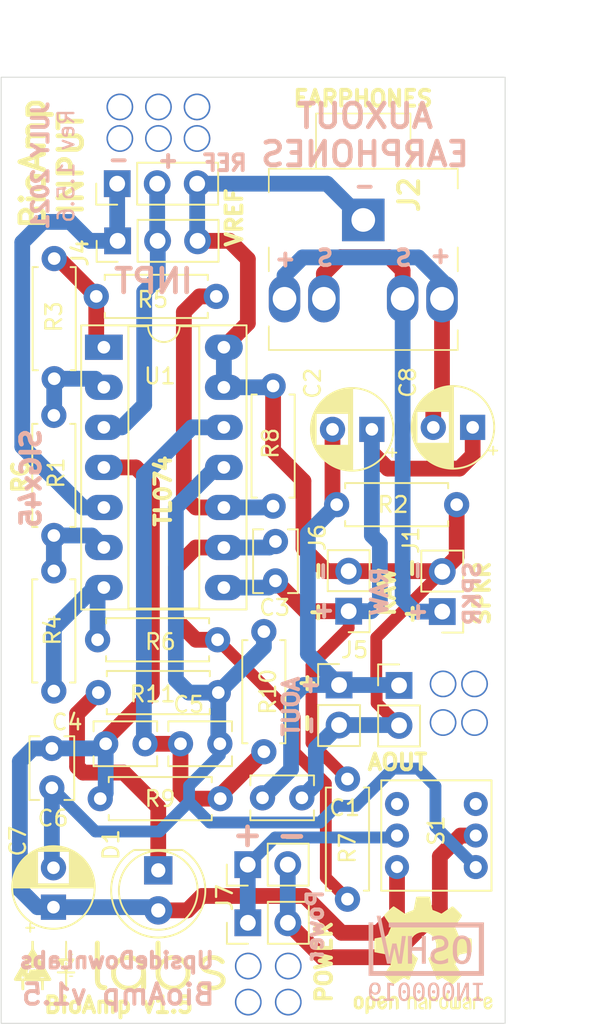
<source format=kicad_pcb>
(kicad_pcb (version 20171130) (host pcbnew 5.1.10-1.fc32)
  (title_block (title "BioAmp v1.5") (date 2021-07-07) (rev v1.5.6) (company "Upside Down Labs") (comment 1 "Compatible with BYB Spike Recorder") (comment 2 "Single supply BioAmp") (comment 3 "TL074 based BioPotential Amplifier") (comment 4 "Upside Down Labs BioAmp v1.5"))
  (layers (0 F.Cu signal) (31 B.Cu signal) (34 B.Paste user hide) (35 F.Paste user hide) (36 B.SilkS user) (37 F.SilkS user) (38 B.Mask user hide) (39 F.Mask user hide) (44 Edge.Cuts user))
  (net 0 "")
  (net 1 ACout)
  (net 2 Vref)
  (net 3 Aout)
  (net 4 "Net-(C3-Pad1)")
  (net 5 +9V)
  (net 6 "Net-(C4-Pad1)")
  (net 7 GND)
  (net 8 "Net-(D1-Pad1)")
  (net 9 "Net-(J1-Pad1)")
  (net 10 E2)
  (net 11 E1)
  (net 12 "Net-(R1-Pad2)")
  (net 13 "Net-(R1-Pad1)")
  (net 14 "Net-(R3-Pad1)")
  (net 15 "Net-(R4-Pad1)")
  (net 16 "Net-(R5-Pad1)")
  (net 17 "Net-(S1-Pad1)")
  (net 18 B+)
  (net 19 "Net-(S1-Pad4)")
  (net 20 B-)
  (net 21 ACout_spkr)
  (module udlabs:udlabsNew_13.4x3.2mm (layer F.Cu) (at 131.0386 122.2248)
    (fp_text reference G*** hide)
    (fp_text value LOGO hide)
  )
  (module udlabs:OSHWA_IN000019_9.1x6.7 (layer B.Cu) (at 150.5 122 180)
    (fp_text reference G*** hide)
    (fp_text value LOGO hide)
  )
  (module Symbol:OSHW-Logo2_9.8x8mm_SilkScreen (layer F.Cu) (at 150.2972 121.5812)
    (fp_text reference REF** hide)
    (fp_text value OSHW-Logo2_9.8x8mm_SilkScreen hide)
  )
  (module udlabs:G64_DPDT (layer F.Cu) (at 151.6434 110.9894 270)
    (fp_text reference S1 (at 2.6924 0.508 90) (layer F.SilkS))
    (fp_text value TL2285EE)
    (pad 6 thru_hole circle (at 5 -2 270) (size 1.524 1.524) (drill 0.762) (layers *.Cu *.Mask) (net 7 GND))
    (pad 5 thru_hole circle (at 3 -2 270) (size 1.524 1.524) (drill 0.762) (layers *.Cu *.Mask) (net 20 B-))
    (pad 4 thru_hole circle (at 1 -2 270) (size 1.524 1.524) (drill 0.762) (layers *.Cu *.Mask) (net 19 "Net-(S1-Pad4)"))
    (pad 3 thru_hole circle (at 5 3 270) (size 1.524 1.524) (drill 0.762) (layers *.Cu *.Mask) (net 5 +9V))
    (pad 2 thru_hole circle (at 3 3 270) (size 1.524 1.524) (drill 0.762) (layers *.Cu *.Mask) (net 18 B+))
    (pad 1 thru_hole circle (at 1 3 270) (size 1.524 1.524) (drill 0.762) (layers *.Cu *.Mask) (net 17 "Net-(S1-Pad1)"))
  )
  (module Connector_PinHeader_2.54mm:PinHeader_1x02_P2.54mm_Vertical (layer F.Cu) (at 139.172 119.5238 90)
    (fp_text reference J7 (at 1.6002 -1.4732 90) (layer F.SilkS))
    (fp_text value Conn_01x02_Male)
    (pad 2 thru_hole oval (at 0 2.54 90) (size 1.7 1.7) (drill 1) (layers *.Cu *.Mask) (net 20 B-))
    (pad 1 thru_hole rect (at 0 0 90) (size 1.7 1.7) (drill 1) (layers *.Cu *.Mask) (net 18 B+))
  )
  (module Capacitor_THT:C_Disc_D3.8mm_W2.6mm_P2.50mm (layer F.Cu) (at 142.601 111.599 180)
    (fp_text reference C1 (at -2.7178 -0.635) (layer F.SilkS))
    (fp_text value 4.7nf)
    (pad 2 thru_hole circle (at 2.5 0 180) (size 1.6 1.6) (drill 0.8) (layers *.Cu *.Mask) (net 1 ACout))
    (pad 1 thru_hole circle (at 0 0 180) (size 1.6 1.6) (drill 0.8) (layers *.Cu *.Mask) (net 2 Vref))
  )
  (module Capacitor_THT:CP_Radial_D5.0mm_P2.50mm (layer F.Cu) (at 153.4468 88.104 180)
    (fp_text reference C8 (at 4.1148 2.8448 90) (layer F.SilkS))
    (fp_text value CP)
    (pad 2 thru_hole circle (at 2.5 0 180) (size 1.6 1.6) (drill 0.8) (layers *.Cu *.Mask) (net 21 ACout_spkr))
    (pad 1 thru_hole rect (at 0 0 180) (size 1.6 1.6) (drill 0.8) (layers *.Cu *.Mask) (net 3 Aout))
  )
  (module Capacitor_THT:CP_Radial_D5.0mm_P2.50mm (layer F.Cu) (at 147.046 88.231 180)
    (fp_text reference C2 (at 3.7592 2.921 90) (layer F.SilkS))
    (fp_text value CP)
    (pad 2 thru_hole circle (at 2.5 0 180) (size 1.6 1.6) (drill 0.8) (layers *.Cu *.Mask) (net 1 ACout))
    (pad 1 thru_hole rect (at 0 0 180) (size 1.6 1.6) (drill 0.8) (layers *.Cu *.Mask) (net 3 Aout))
  )
  (module Connector_PinHeader_2.54mm:PinHeader_1x02_P2.54mm_Vertical (layer F.Cu) (at 144.9632 104.4438)
    (fp_text reference J5 (at 0.9906 -2.2174) (layer F.SilkS))
    (fp_text value Conn_01x02_Male)
    (pad 1 thru_hole rect (at 0 0) (size 1.7 1.7) (drill 1) (layers *.Cu *.Mask) (net 1 ACout))
    (pad 2 thru_hole oval (at 0 2.54) (size 1.7 1.7) (drill 1) (layers *.Cu *.Mask) (net 2 Vref))
  )
  (module udlabs:PJ3062CO (layer F.Cu) (at 146.5 74.95 270)
    (fp_text reference J2 (at -1.6034 -2.9082 90) (layer F.SilkS) (effects (font (size 1.27 1.27) (thickness 0.254))))
    (fp_text value PJ-3062-CO hide)
    (pad MH3 np_thru_hole circle (at 0 5 270) (size 1.6 0) (drill 1.6) (layers *.Cu *.Mask))
    (pad MH2 np_thru_hole circle (at 0 -5 270) (size 1.6 0) (drill 1.6) (layers *.Cu *.Mask))
    (pad MH1 np_thru_hole circle (at 5 0 270) (size 1.6 0) (drill 1.6) (layers *.Cu *.Mask))
    (pad 5 thru_hole oval (at 5 -2.5 270) (size 3 2) (drill 1.5) (layers *.Cu *.Mask) (net 9 "Net-(J1-Pad1)"))
    (pad 4 thru_hole oval (at 5 2.5 270) (size 3 2) (drill 1.5) (layers *.Cu *.Mask) (net 9 "Net-(J1-Pad1)"))
    (pad 3 thru_hole oval (at 5 -5 270) (size 3 2) (drill 1.5) (layers *.Cu *.Mask) (net 21 ACout_spkr))
    (pad 2 thru_hole oval (at 5 5 270) (size 3 2) (drill 1.5) (layers *.Cu *.Mask) (net 21 ACout_spkr))
    (pad 1 thru_hole rect (at 0 0 270) (size 2.704 2.704) (drill 1.5) (layers *.Cu *.Mask) (net 2 Vref))
  )
  (module Package_DIP:DIP-14_W7.62mm_Socket_LongPads (layer F.Cu) (at 130.028 83.024)
    (fp_text reference U1 (at 3.556 1.8288) (layer F.SilkS))
    (fp_text value TL074)
    (pad 14 thru_hole oval (at 7.62 0) (size 2.4 1.6) (drill 0.8) (layers *.Cu *.Mask) (net 2 Vref))
    (pad 7 thru_hole oval (at 0 15.24) (size 2.4 1.6) (drill 0.8) (layers *.Cu *.Mask) (net 15 "Net-(R4-Pad1)"))
    (pad 13 thru_hole oval (at 7.62 2.54) (size 2.4 1.6) (drill 0.8) (layers *.Cu *.Mask) (net 2 Vref))
    (pad 6 thru_hole oval (at 0 12.7) (size 2.4 1.6) (drill 0.8) (layers *.Cu *.Mask) (net 12 "Net-(R1-Pad2)"))
    (pad 12 thru_hole oval (at 7.62 5.08) (size 2.4 1.6) (drill 0.8) (layers *.Cu *.Mask) (net 6 "Net-(C4-Pad1)"))
    (pad 5 thru_hole oval (at 0 10.16) (size 2.4 1.6) (drill 0.8) (layers *.Cu *.Mask) (net 10 E2))
    (pad 11 thru_hole oval (at 7.62 7.62) (size 2.4 1.6) (drill 0.8) (layers *.Cu *.Mask) (net 7 GND))
    (pad 4 thru_hole oval (at 0 7.62) (size 2.4 1.6) (drill 0.8) (layers *.Cu *.Mask) (net 5 +9V))
    (pad 10 thru_hole oval (at 7.62 10.16) (size 2.4 1.6) (drill 0.8) (layers *.Cu *.Mask) (net 16 "Net-(R5-Pad1)"))
    (pad 3 thru_hole oval (at 0 5.08) (size 2.4 1.6) (drill 0.8) (layers *.Cu *.Mask) (net 11 E1))
    (pad 9 thru_hole oval (at 7.62 12.7) (size 2.4 1.6) (drill 0.8) (layers *.Cu *.Mask) (net 4 "Net-(C3-Pad1)"))
    (pad 2 thru_hole oval (at 0 2.54) (size 2.4 1.6) (drill 0.8) (layers *.Cu *.Mask) (net 13 "Net-(R1-Pad1)"))
    (pad 8 thru_hole oval (at 7.62 15.24) (size 2.4 1.6) (drill 0.8) (layers *.Cu *.Mask) (net 3 Aout))
    (pad 1 thru_hole rect (at 0 0) (size 2.4 1.6) (drill 0.8) (layers *.Cu *.Mask) (net 14 "Net-(R3-Pad1)"))
  )
  (module Connector_PinHeader_2.54mm:PinHeader_1x02_P2.54mm_Vertical (layer F.Cu) (at 148.7732 104.4688)
    (fp_text reference J5 (at -2.8194 -2.2424) (layer F.SilkS))
    (fp_text value Conn_01x02_Male)
    (pad 1 thru_hole rect (at 0 0) (size 1.7 1.7) (drill 1) (layers *.Cu *.Mask) (net 1 ACout))
    (pad 2 thru_hole oval (at 0 2.54) (size 1.7 1.7) (drill 1) (layers *.Cu *.Mask) (net 2 Vref))
  )
  (module LED_THT:LED_D5.0mm (layer F.Cu) (at 133.4824 116.1964 270)
    (fp_text reference D1 (at -1.6256 2.9972 90) (layer F.SilkS))
    (fp_text value "RED LED")
    (pad 2 thru_hole circle (at 2.54 0 270) (size 1.8 1.8) (drill 0.9) (layers *.Cu *.Mask) (net 5 +9V))
    (pad 1 thru_hole rect (at 0 0 270) (size 1.8 1.8) (drill 0.9) (layers *.Cu *.Mask) (net 8 "Net-(D1-Pad1)"))
  )
  (module Resistor_THT:R_Axial_DIN0207_L6.3mm_D2.5mm_P7.62mm_Horizontal (layer F.Cu) (at 129.7994 111.6498)
    (fp_text reference R9 (at 3.798 0.004) (layer F.SilkS))
    (fp_text value 100k)
    (pad 2 thru_hole oval (at 7.62 0) (size 1.6 1.6) (drill 0.8) (layers *.Cu *.Mask) (net 6 "Net-(C4-Pad1)"))
    (pad 1 thru_hole circle (at 0 0) (size 1.6 1.6) (drill 0.8) (layers *.Cu *.Mask) (net 5 +9V))
  )
  (module Capacitor_THT:CP_Radial_D5.0mm_P2.50mm (layer F.Cu) (at 126.8276 118.5332 90)
    (fp_text reference C7 (at 4.191 -2.2606 90) (layer F.SilkS))
    (fp_text value CP)
    (pad 2 thru_hole circle (at 2.5 0 90) (size 1.6 1.6) (drill 0.8) (layers *.Cu *.Mask) (net 7 GND))
    (pad 1 thru_hole rect (at 0 0 90) (size 1.6 1.6) (drill 0.8) (layers *.Cu *.Mask) (net 5 +9V))
  )
  (module Connector_PinHeader_2.54mm:PinHeader_1x03_P2.54mm_Vertical (layer F.Cu) (at 130.9 76.275 90)
    (fp_text reference J4 (at -0.7546 -2.396 90) (layer F.SilkS))
    (fp_text value Conn_01x03_Male)
    (pad 3 thru_hole oval (at 0 5.08 90) (size 1.7 1.7) (drill 1) (layers *.Cu *.Mask) (net 2 Vref))
    (pad 2 thru_hole oval (at 0 2.54 90) (size 1.7 1.7) (drill 1) (layers *.Cu *.Mask) (net 11 E1))
    (pad 1 thru_hole rect (at 0 0 90) (size 1.7 1.7) (drill 1) (layers *.Cu *.Mask) (net 10 E2))
  )
  (module Connector_PinHeader_2.54mm:PinHeader_1x03_P2.54mm_Vertical (layer F.Cu) (at 130.875 72.65 90)
    (fp_text reference J4 (at -4.405 -2.3456 90) (layer F.SilkS))
    (fp_text value Conn_01x03_Male)
    (pad 1 thru_hole rect (at 0 0 90) (size 1.7 1.7) (drill 1) (layers *.Cu *.Mask) (net 10 E2))
    (pad 2 thru_hole oval (at 0 2.54 90) (size 1.7 1.7) (drill 1) (layers *.Cu *.Mask) (net 11 E1))
    (pad 3 thru_hole oval (at 0 5.08 90) (size 1.7 1.7) (drill 1) (layers *.Cu *.Mask) (net 2 Vref))
  )
  (module Resistor_THT:R_Axial_DIN0207_L6.3mm_D2.5mm_P7.62mm_Horizontal (layer F.Cu) (at 137.25 101.575 180)
    (fp_text reference R6 (at 3.632 -0.126) (layer F.SilkS))
    (fp_text value 10k)
    (pad 2 thru_hole oval (at 7.62 0 180) (size 1.6 1.6) (drill 0.8) (layers *.Cu *.Mask) (net 15 "Net-(R4-Pad1)"))
    (pad 1 thru_hole circle (at 0 0 180) (size 1.6 1.6) (drill 0.8) (layers *.Cu *.Mask) (net 4 "Net-(C3-Pad1)"))
  )
  (module Resistor_THT:R_Axial_DIN0207_L6.3mm_D2.5mm_P7.62mm_Horizontal (layer F.Cu) (at 129.675 104.925)
    (fp_text reference R11 (at 3.4518 0.0954) (layer F.SilkS))
    (fp_text value 1k)
    (pad 2 thru_hole oval (at 7.62 0) (size 1.6 1.6) (drill 0.8) (layers *.Cu *.Mask) (net 7 GND))
    (pad 1 thru_hole circle (at 0 0) (size 1.6 1.6) (drill 0.8) (layers *.Cu *.Mask) (net 8 "Net-(D1-Pad1)"))
  )
  (module Capacitor_THT:C_Disc_D3.8mm_W2.6mm_P2.50mm (layer F.Cu) (at 126.726 110.964 90)
    (fp_text reference C6 (at -1.9304 0.0762) (layer F.SilkS))
    (fp_text value 100nf)
    (pad 2 thru_hole circle (at 2.5 0 90) (size 1.6 1.6) (drill 0.8) (layers *.Cu *.Mask) (net 5 +9V))
    (pad 1 thru_hole circle (at 0 0 90) (size 1.6 1.6) (drill 0.8) (layers *.Cu *.Mask) (net 7 GND))
  )
  (module Connector_PinHeader_2.54mm:PinHeader_1x02_P2.54mm_Vertical (layer F.Cu) (at 139.1644 115.835 90)
    (fp_text reference J7 (at -2.0886 -1.4656 90) (layer F.SilkS))
    (fp_text value Conn_01x02_Male)
    (pad 1 thru_hole rect (at 0 0 90) (size 1.7 1.7) (drill 1) (layers *.Cu *.Mask) (net 18 B+))
    (pad 2 thru_hole oval (at 0 2.54 90) (size 1.7 1.7) (drill 1) (layers *.Cu *.Mask) (net 20 B-))
  )
  (module Resistor_THT:R_Axial_DIN0207_L6.3mm_D2.5mm_P7.62mm_Horizontal (layer F.Cu) (at 140.188 108.678 90)
    (fp_text reference R10 (at 3.81 0.254 90) (layer F.SilkS))
    (fp_text value 100k)
    (pad 2 thru_hole oval (at 7.62 0 90) (size 1.6 1.6) (drill 0.8) (layers *.Cu *.Mask) (net 7 GND))
    (pad 1 thru_hole circle (at 0 0 90) (size 1.6 1.6) (drill 0.8) (layers *.Cu *.Mask) (net 6 "Net-(C4-Pad1)"))
  )
  (module Resistor_THT:R_Axial_DIN0207_L6.3mm_D2.5mm_P7.62mm_Horizontal (layer F.Cu) (at 140.775 93.1 90)
    (fp_text reference R8 (at 3.984 -0.166 90) (layer F.SilkS))
    (fp_text value 10k)
    (pad 2 thru_hole oval (at 7.62 0 90) (size 1.6 1.6) (drill 0.8) (layers *.Cu *.Mask) (net 2 Vref))
    (pad 1 thru_hole circle (at 0 0 90) (size 1.6 1.6) (drill 0.8) (layers *.Cu *.Mask) (net 16 "Net-(R5-Pad1)"))
  )
  (module Resistor_THT:R_Axial_DIN0207_L6.3mm_D2.5mm_P7.62mm_Horizontal (layer F.Cu) (at 145.4966 118.0252 90)
    (fp_text reference R7 (at 3.2258 0 90) (layer F.SilkS))
    (fp_text value 10k)
    (pad 2 thru_hole oval (at 7.62 0 90) (size 1.6 1.6) (drill 0.8) (layers *.Cu *.Mask) (net 3 Aout))
    (pad 1 thru_hole circle (at 0 0 90) (size 1.6 1.6) (drill 0.8) (layers *.Cu *.Mask) (net 4 "Net-(C3-Pad1)"))
  )
  (module Resistor_THT:R_Axial_DIN0207_L6.3mm_D2.5mm_P7.62mm_Horizontal (layer F.Cu) (at 137.1654 79.7982 180)
    (fp_text reference R5 (at 4.032 -0.205) (layer F.SilkS))
    (fp_text value 10k)
    (pad 2 thru_hole oval (at 7.62 0 180) (size 1.6 1.6) (drill 0.8) (layers *.Cu *.Mask) (net 14 "Net-(R3-Pad1)"))
    (pad 1 thru_hole circle (at 0 0 180) (size 1.6 1.6) (drill 0.8) (layers *.Cu *.Mask) (net 16 "Net-(R5-Pad1)"))
  )
  (module Resistor_THT:R_Axial_DIN0207_L6.3mm_D2.5mm_P7.62mm_Horizontal (layer F.Cu) (at 126.85 104.825 90)
    (fp_text reference R4 (at 3.868 -0.087 90) (layer F.SilkS))
    (fp_text value 220k)
    (pad 2 thru_hole oval (at 7.62 0 90) (size 1.6 1.6) (drill 0.8) (layers *.Cu *.Mask) (net 12 "Net-(R1-Pad2)"))
    (pad 1 thru_hole circle (at 0 0 90) (size 1.6 1.6) (drill 0.8) (layers *.Cu *.Mask) (net 15 "Net-(R4-Pad1)"))
  )
  (module Resistor_THT:R_Axial_DIN0207_L6.3mm_D2.5mm_P7.62mm_Horizontal (layer F.Cu) (at 126.875 77.4 270)
    (fp_text reference R3 (at 3.691 0.018 90) (layer F.SilkS))
    (fp_text value 220k)
    (pad 2 thru_hole oval (at 7.62 0 270) (size 1.6 1.6) (drill 0.8) (layers *.Cu *.Mask) (net 13 "Net-(R1-Pad1)"))
    (pad 1 thru_hole circle (at 0 0 270) (size 1.6 1.6) (drill 0.8) (layers *.Cu *.Mask) (net 14 "Net-(R3-Pad1)"))
  )
  (module Resistor_THT:R_Axial_DIN0207_L6.3mm_D2.5mm_P7.62mm_Horizontal (layer F.Cu) (at 144.8108 93.0062)
    (fp_text reference R2 (at 3.5814 0) (layer F.SilkS))
    (fp_text value 10k)
    (pad 2 thru_hole oval (at 7.62 0) (size 1.6 1.6) (drill 0.8) (layers *.Cu *.Mask) (net 2 Vref))
    (pad 1 thru_hole circle (at 0 0) (size 1.6 1.6) (drill 0.8) (layers *.Cu *.Mask) (net 1 ACout))
  )
  (module Resistor_THT:R_Axial_DIN0207_L6.3mm_D2.5mm_P7.62mm_Horizontal (layer F.Cu) (at 126.853 87.342 270)
    (fp_text reference R1 (at 3.658 -0.147 90) (layer F.SilkS))
    (fp_text value 10k)
    (pad 2 thru_hole oval (at 7.62 0 270) (size 1.6 1.6) (drill 0.8) (layers *.Cu *.Mask) (net 12 "Net-(R1-Pad2)"))
    (pad 1 thru_hole circle (at 0 0 270) (size 1.6 1.6) (drill 0.8) (layers *.Cu *.Mask) (net 13 "Net-(R1-Pad1)"))
  )
  (module Connector_PinHeader_2.54mm:PinHeader_1x02_P2.54mm_Vertical (layer F.Cu) (at 145.5728 99.7626 180)
    (fp_text reference J6 (at 1.9812 4.6736 90) (layer F.SilkS))
    (fp_text value Conn_01x02_Male)
    (pad 2 thru_hole oval (at 0 2.54 180) (size 1.7 1.7) (drill 1) (layers *.Cu *.Mask) (net 2 Vref))
    (pad 1 thru_hole rect (at 0 0 180) (size 1.7 1.7) (drill 1) (layers *.Cu *.Mask) (net 3 Aout))
  )
  (module Connector_PinHeader_2.54mm:PinHeader_1x02_P2.54mm_Vertical (layer F.Cu) (at 151.5164 99.788 180)
    (fp_text reference J1 (at 1.9812 4.5212 90) (layer F.SilkS))
    (fp_text value Conn_01x02_Male)
    (pad 2 thru_hole oval (at 0 2.54 180) (size 1.7 1.7) (drill 1) (layers *.Cu *.Mask) (net 2 Vref))
    (pad 1 thru_hole rect (at 0 0 180) (size 1.7 1.7) (drill 1) (layers *.Cu *.Mask) (net 9 "Net-(J1-Pad1)"))
  )
  (module Capacitor_THT:C_Disc_D3.8mm_W2.6mm_P2.50mm (layer F.Cu) (at 137.394 108.17 180)
    (fp_text reference C5 (at 1.9812 2.4892) (layer F.SilkS))
    (fp_text value 100nf)
    (pad 1 thru_hole circle (at 0 0 180) (size 1.6 1.6) (drill 0.8) (layers *.Cu *.Mask) (net 7 GND))
    (pad 2 thru_hole circle (at 2.5 0 180) (size 1.6 1.6) (drill 0.8) (layers *.Cu *.Mask) (net 6 "Net-(C4-Pad1)"))
  )
  (module Capacitor_THT:C_Disc_D3.8mm_W2.6mm_P2.50mm (layer F.Cu) (at 132.6442 108.17 180)
    (fp_text reference C4 (at 4.953 1.3716) (layer F.SilkS))
    (fp_text value 100nf)
    (pad 1 thru_hole circle (at 0 0 180) (size 1.6 1.6) (drill 0.8) (layers *.Cu *.Mask) (net 6 "Net-(C4-Pad1)"))
    (pad 2 thru_hole circle (at 2.5 0 180) (size 1.6 1.6) (drill 0.8) (layers *.Cu *.Mask) (net 5 +9V))
  )
  (module Capacitor_THT:C_Disc_D3.8mm_W2.6mm_P2.50mm (layer F.Cu) (at 140.9246 95.343 270)
    (fp_text reference C3 (at 4.191 0.0508 180) (layer F.SilkS))
    (fp_text value 4.7nf)
    (pad 2 thru_hole circle (at 2.5 0 270) (size 1.6 1.6) (drill 0.8) (layers *.Cu *.Mask) (net 3 Aout))
    (pad 1 thru_hole circle (at 0 0 270) (size 1.6 1.6) (drill 0.8) (layers *.Cu *.Mask) (net 4 "Net-(C3-Pad1)"))
  )
  (gr_text "Rev 1.5.6" (at 127.635 71.5264 90) (layer B.SilkS) (effects (font (size 1 1)) (justify mirror)))
  (gr_text S (at 144.0742 77.3598) (layer B.SilkS) (effects (font (size 1 1) (thickness 0.25)) (justify mirror)))
  (gr_text S (at 149.0526 77.3598) (layer B.SilkS) (effects (font (size 1 1) (thickness 0.25)) (justify mirror)))
  (gr_text + (at 151.3386 77.2582 90) (layer B.SilkS) (effects (font (size 1 1) (thickness 0.25))))
  (gr_text + (at 141.4834 77.4614 90) (layer B.SilkS) (effects (font (size 1 1) (thickness 0.25))))
  (gr_text - (at 146.5888 72.9148 180) (layer B.SilkS) (effects (font (size 1 1) (thickness 0.25))))
  (gr_text "AUXOUT\nEARPHONES" (at 146.6088 69.5706) (layer B.SilkS) (effects (font (size 1.5 1.5) (thickness 0.3)) (justify mirror)))
  (gr_text AOUT (at 148.6716 109.3384) (layer F.SilkS) (effects (font (size 1 1) (thickness 0.25))))
  (gr_text + (at 143.6424 99.7626) (layer F.SilkS) (effects (font (size 1 1) (thickness 0.25))))
  (gr_text + (at 149.6368 99.8642) (layer F.SilkS) (effects (font (size 1 1) (thickness 0.25))))
  (gr_text SIGx45 (at 125.3998 91.3384 90) (layer B.SilkS) (effects (font (size 1.2 1.2) (thickness 0.3)) (justify mirror)))
  (gr_text "BioAmp\nINPUT" (at 126.726 71.3654 90) (layer F.SilkS) (effects (font (size 1.5 1.5) (thickness 0.3))))
  (gr_line (start 123.508 125.8984) (end 123.508 65.8984) (layer Edge.Cuts) (width 0.05))
  (gr_line (start 155.508 125.8984) (end 123.508 125.8984) (layer Edge.Cuts) (width 0.05))
  (gr_line (start 155.508 65.8984) (end 155.508 125.8984) (layer Edge.Cuts) (width 0.05))
  (gr_line (start 123.508 65.8984) (end 155.508 65.8984) (layer Edge.Cuts) (width 0.05))
  (gr_text - (at 143.7186 97.1718 270) (layer F.SilkS) (effects (font (size 1 1) (thickness 0.25) italic)))
  (gr_text TL074 (at 133.7872 92.1426 90) (layer F.SilkS) (effects (font (size 1 1) (thickness 0.25))))
  (gr_text REF (at 137.6988 71.34) (layer B.SilkS) (effects (font (size 1 1) (thickness 0.25)) (justify mirror)))
  (gr_text - (at 130.9678 71.2384 180) (layer B.SilkS) (effects (font (size 1 1) (thickness 0.25))))
  (gr_text + (at 134.0412 71.213 90) (layer B.SilkS) (effects (font (size 1 1) (thickness 0.25))))
  (gr_text - (at 144.0234 97.2226 270) (layer B.SilkS) (effects (font (size 1 1) (thickness 0.25))))
  (gr_text + (at 143.9472 99.7372 90) (layer B.SilkS) (effects (font (size 1 1) (thickness 0.25))))
  (gr_text + (at 149.9162 99.8134 90) (layer B.SilkS) (effects (font (size 1 1) (thickness 0.25))))
  (gr_text + (at 143.0836 104.4616 90) (layer B.SilkS) (effects (font (size 1 1) (thickness 0.25))))
  (gr_text - (at 149.5352 97.0702 90) (layer F.SilkS) (effects (font (size 1 1) (thickness 0.25) italic)))
  (gr_text - (at 142.8804 106.9 90) (layer F.SilkS) (effects (font (size 1 1) (thickness 0.25) italic)))
  (gr_text SPKR (at 153.4214 98.645 90) (layer B.SilkS) (effects (font (size 1 1) (thickness 0.25)) (justify mirror)))
  (gr_text RAW (at 148.0112 98.5434 90) (layer F.SilkS) (effects (font (size 1 1) (thickness 0.25))))
  (gr_text - (at 149.8908 97.1718 90) (layer B.SilkS) (effects (font (size 1 1) (thickness 0.25))))
  (gr_text - (at 143.1344 107.0016 90) (layer B.SilkS) (effects (font (size 1 1) (thickness 0.25))))
  (gr_text VREF (at 138.3084 74.7944 90) (layer F.SilkS) (effects (font (size 1 1) (thickness 0.25))))
  (gr_text + (at 142.9566 104.2584) (layer F.SilkS) (effects (font (size 1 1) (thickness 0.25))))
  (gr_text POWER (at 144 122 90) (layer F.SilkS) (effects (font (size 1 1) (thickness 0.25))))
  (gr_text + (at 139.172 113.9612) (layer F.SilkS) (effects (font (size 1 1) (thickness 0.25))))
  (gr_text - (at 142.0168 114.012) (layer F.SilkS) (effects (font (size 1 1) (thickness 0.25))))
  (gr_text "JULY 2021" (at 126 71.5 90) (layer B.SilkS) (effects (font (size 1 1) (thickness 0.25)) (justify mirror)))
  (gr_text "BioAmp v1.5" (at 130.9624 124.7394) (layer F.SilkS) (effects (font (size 1 1) (thickness 0.25))))
  (gr_text RG (at 124.7448 91.2282 90) (layer F.SilkS) (effects (font (size 1 1) (thickness 0.25))))
  (gr_text EARPHONES (at 146.4872 67.2506) (layer F.SilkS) (effects (font (size 1 1) (thickness 0.25))))
  (gr_text SPKR (at 154.031 98.6196 90) (layer F.SilkS) (effects (font (size 1 1) (thickness 0.25))))
  (gr_text INPT (at 133.1776 78.833) (layer B.SilkS) (effects (font (size 1.5 1.5) (thickness 0.3)) (justify mirror)))
  (gr_text "BioAmp v1.5" (at 130.9424 124.0704) (layer B.SilkS) (effects (font (size 1.3 1.3) (thickness 0.25)) (justify mirror)))
  (gr_text UpsideDownLabs (at 130.8408 121.9114) (layer B.SilkS) (effects (font (size 1 1) (thickness 0.25)) (justify mirror)))
  (gr_text Power (at 143.4392 119.7016 90) (layer B.SilkS) (effects (font (size 1 1) (thickness 0.25)) (justify mirror)))
  (gr_text - (at 141.966 113.9358) (layer B.SilkS) (effects (font (size 1.5 1.5) (thickness 0.3)) (justify mirror)))
  (gr_text + (at 139.045 114.012 90) (layer B.SilkS) (effects (font (size 1.5 1.5) (thickness 0.3)) (justify mirror)))
  (gr_text RAW (at 147.5286 98.518 90) (layer B.SilkS) (effects (font (size 1 1) (thickness 0.25)) (justify mirror)))
  (gr_text AOUT (at 141.9152 105.8078 90) (layer B.SilkS) (effects (font (size 1 1) (thickness 0.25)) (justify mirror)))
  (via (at 141.7374 122.267) (size 1.7) (drill 1.5) (layers F.Cu B.Cu) (net 0))
  (via (at 139.1974 122.267) (size 1.7) (drill 1.5) (layers F.Cu B.Cu) (net 0))
  (via (at 141.7374 124.553) (size 1.7) (drill 1.5) (layers F.Cu B.Cu) (net 0))
  (via (at 139.1974 124.553) (size 1.7) (drill 1.5) (layers F.Cu B.Cu) (net 0))
  (via (at 131.044 67.784) (size 1.7) (drill 1.5) (layers F.Cu B.Cu) (net 0))
  (via (at 133.494 67.784) (size 1.7) (drill 1.5) (layers F.Cu B.Cu) (net 0))
  (via (at 135.944 67.784) (size 1.7) (drill 1.5) (layers F.Cu B.Cu) (net 0))
  (via (at 131.044 69.784) (size 1.7) (drill 1.5) (layers F.Cu B.Cu) (net 0))
  (via (at 133.494 69.784) (size 1.7) (drill 1.5) (layers F.Cu B.Cu) (net 0))
  (via (at 135.944 69.784) (size 1.7) (drill 1.5) (layers F.Cu B.Cu) (net 0))
  (via (at 151.5672 106.8238) (size 1.7) (drill 1.5) (layers F.Cu B.Cu) (net 0))
  (via (at 151.5672 104.3738) (size 1.7) (drill 1.5) (layers F.Cu B.Cu) (net 0))
  (via (at 153.5672 106.8238) (size 1.7) (drill 1.5) (layers F.Cu B.Cu) (net 0))
  (via (at 153.5672 104.3738) (size 1.7) (drill 1.5) (layers F.Cu B.Cu) (net 0))
  (segment (start 148.7482 104.4438) (end 148.7732 104.4688) (width 1) (layer B.Cu) (net 1))
  (segment (start 144.9632 104.4438) (end 148.7482 104.4438) (width 1) (layer B.Cu) (net 1))
  (segment (start 140.101 111.599) (end 141.9152 109.7848) (width 1) (layer B.Cu) (net 1))
  (segment (start 141.9152 109.7848) (end 141.9152 105.249) (width 1) (layer B.Cu) (net 1))
  (segment (start 142.7204 104.4438) (end 144.9632 104.4438) (width 1) (layer B.Cu) (net 1))
  (segment (start 141.9152 105.249) (end 142.7204 104.4438) (width 1) (layer B.Cu) (net 1))
  (segment (start 144.8108 93.0062) (end 142.982 94.835) (width 1) (layer B.Cu) (net 1))
  (segment (start 142.982 102.4626) (end 144.9632 104.4438) (width 1) (layer B.Cu) (net 1))
  (segment (start 142.982 94.835) (end 142.982 102.4626) (width 1) (layer B.Cu) (net 1))
  (segment (start 144.546 92.7414) (end 144.8108 93.0062) (width 1) (layer F.Cu) (net 1))
  (segment (start 144.546 88.231) (end 144.546 92.7414) (width 1) (layer F.Cu) (net 1))
  (segment (start 137.648 83.024) (end 137.648 85.564) (width 1) (layer B.Cu) (net 2))
  (segment (start 140.691 85.564) (end 140.775 85.48) (width 1) (layer B.Cu) (net 2))
  (segment (start 137.648 85.564) (end 140.691 85.564) (width 1) (layer B.Cu) (net 2))
  (segment (start 135.955 76.25) (end 135.98 76.275) (width 1) (layer B.Cu) (net 2))
  (segment (start 135.955 72.65) (end 135.955 76.25) (width 1) (layer B.Cu) (net 2))
  (segment (start 144.2 72.65) (end 146.5 74.95) (width 1) (layer B.Cu) (net 2))
  (segment (start 135.955 72.65) (end 144.2 72.65) (width 1) (layer B.Cu) (net 2))
  (segment (start 135.98 76.275) (end 138.011 76.275) (width 1) (layer F.Cu) (net 2))
  (segment (start 138.011 76.275) (end 139.172 77.436) (width 1) (layer F.Cu) (net 2))
  (segment (start 139.172 81.5) (end 137.648 83.024) (width 1) (layer F.Cu) (net 2))
  (segment (start 139.172 77.436) (end 139.172 81.5) (width 1) (layer F.Cu) (net 2))
  (segment (start 148.7482 106.9838) (end 148.7732 107.0088) (width 1) (layer B.Cu) (net 2))
  (segment (start 144.9632 106.9838) (end 148.7482 106.9838) (width 1) (layer B.Cu) (net 2))
  (segment (start 140.775 85.48) (end 140.775 89.58) (width 1) (layer F.Cu) (net 2))
  (segment (start 140.775 89.58) (end 142.7026 91.5076) (width 1) (layer F.Cu) (net 2))
  (segment (start 142.7026 91.5076) (end 142.7026 95.7748) (width 1) (layer F.Cu) (net 2))
  (segment (start 144.1504 97.2226) (end 145.5728 97.2226) (width 1) (layer F.Cu) (net 2))
  (segment (start 142.7026 95.7748) (end 144.1504 97.2226) (width 1) (layer F.Cu) (net 2))
  (segment (start 151.491 97.2226) (end 151.5164 97.248) (width 1) (layer F.Cu) (net 2))
  (segment (start 145.5728 97.2226) (end 151.491 97.2226) (width 1) (layer F.Cu) (net 2))
  (segment (start 152.4308 96.3336) (end 151.5164 97.248) (width 1) (layer F.Cu) (net 2))
  (segment (start 152.4308 93.0062) (end 152.4308 96.3336) (width 1) (layer F.Cu) (net 2))
  (segment (start 142.601 111.599) (end 143.49 110.71) (width 1) (layer B.Cu) (net 2))
  (segment (start 143.49 108.457) (end 144.9632 106.9838) (width 1) (layer B.Cu) (net 2))
  (segment (start 143.49 110.71) (end 143.49 108.457) (width 1) (layer B.Cu) (net 2))
  (segment (start 151.5164 97.248) (end 147.3254 101.439) (width 0.75) (layer F.Cu) (net 2))
  (segment (start 147.348199 105.583799) (end 148.7732 107.0088) (width 0.75) (layer F.Cu) (net 2))
  (segment (start 147.348199 104.382799) (end 147.348199 105.583799) (width 0.75) (layer F.Cu) (net 2))
  (segment (start 147.3254 104.36) (end 147.348199 104.382799) (width 0.75) (layer F.Cu) (net 2))
  (segment (start 147.3254 101.439) (end 147.3254 104.36) (width 0.75) (layer F.Cu) (net 2))
  (segment (start 140.5036 98.264) (end 140.9246 97.843) (width 1) (layer B.Cu) (net 3))
  (segment (start 137.648 98.264) (end 140.5036 98.264) (width 1) (layer B.Cu) (net 3))
  (segment (start 142.8442 99.7626) (end 145.5728 99.7626) (width 1) (layer F.Cu) (net 3))
  (segment (start 140.9246 97.843) (end 142.8442 99.7626) (width 1) (layer F.Cu) (net 3))
  (segment (start 145.4966 110.4052) (end 143.2106 108.1192) (width 0.75) (layer F.Cu) (net 3))
  (segment (start 143.2106 108.1192) (end 143.2106 103.1916) (width 0.75) (layer F.Cu) (net 3))
  (segment (start 145.5728 100.8294) (end 145.5728 99.7626) (width 0.75) (layer F.Cu) (net 3))
  (segment (start 143.2106 103.1916) (end 145.5728 100.8294) (width 0.75) (layer F.Cu) (net 3))
  (segment (start 147.046 88.231) (end 147.046 89.7042) (width 1) (layer F.Cu) (net 3))
  (segment (start 147.046 89.7042) (end 148.062 90.7202) (width 1) (layer F.Cu) (net 3))
  (segment (start 148.062 90.7202) (end 152.6086 90.7202) (width 1) (layer F.Cu) (net 3))
  (segment (start 153.4468 89.882) (end 153.4468 88.104) (width 1) (layer F.Cu) (net 3))
  (segment (start 152.6086 90.7202) (end 153.4468 89.882) (width 1) (layer F.Cu) (net 3))
  (segment (start 145.5728 99.7626) (end 146.4618 99.7626) (width 1) (layer B.Cu) (net 3))
  (segment (start 147.046 88.231) (end 147.046 94.962) (width 1) (layer B.Cu) (net 3))
  (segment (start 147.046 94.962) (end 147.554 95.47) (width 1) (layer B.Cu) (net 3))
  (segment (start 147.554 95.47) (end 147.554 99.2038) (width 1) (layer B.Cu) (net 3))
  (segment (start 146.9952 99.7626) (end 145.5728 99.7626) (width 1) (layer B.Cu) (net 3))
  (segment (start 147.554 99.2038) (end 146.9952 99.7626) (width 1) (layer B.Cu) (net 3))
  (segment (start 137.648 95.724) (end 136.886 95.724) (width 0.75) (layer B.Cu) (net 4))
  (segment (start 137.25 101.575) (end 135.879 101.575) (width 1) (layer F.Cu) (net 4))
  (segment (start 135.879 101.575) (end 134.6 100.296) (width 1) (layer F.Cu) (net 4))
  (segment (start 134.6 100.296) (end 134.6 96.994) (width 1) (layer F.Cu) (net 4))
  (segment (start 135.87 95.724) (end 137.648 95.724) (width 1) (layer F.Cu) (net 4))
  (segment (start 134.6 96.994) (end 135.87 95.724) (width 1) (layer F.Cu) (net 4))
  (segment (start 140.5436 95.724) (end 140.9246 95.343) (width 1) (layer B.Cu) (net 4))
  (segment (start 137.648 95.724) (end 140.5436 95.724) (width 1) (layer B.Cu) (net 4))
  (segment (start 137.25 101.575) (end 142.1438 106.4688) (width 0.75) (layer F.Cu) (net 4))
  (segment (start 142.1438 108.7034) (end 144.121599 110.681199) (width 0.75) (layer F.Cu) (net 4))
  (segment (start 142.1438 106.4688) (end 142.1438 108.7034) (width 0.75) (layer F.Cu) (net 4))
  (segment (start 144.121599 116.650199) (end 145.4966 118.0252) (width 0.75) (layer F.Cu) (net 4))
  (segment (start 144.121599 110.681199) (end 144.121599 116.650199) (width 0.75) (layer F.Cu) (net 4))
  (segment (start 130.028 108.464) (end 130.322 108.17) (width 1) (layer F.Cu) (net 5))
  (segment (start 130.1442 107.876) (end 130.1442 108.17) (width 1) (layer F.Cu) (net 5))
  (segment (start 133.076 104.9442) (end 130.1442 107.876) (width 1) (layer F.Cu) (net 5))
  (segment (start 133.076 91.66) (end 133.076 104.9442) (width 1) (layer F.Cu) (net 5))
  (segment (start 132.06 90.644) (end 133.076 91.66) (width 1) (layer F.Cu) (net 5))
  (segment (start 130.028 90.644) (end 132.06 90.644) (width 1) (layer F.Cu) (net 5))
  (segment (start 126.726 108.464) (end 125.5176 108.464) (width 1) (layer B.Cu) (net 5))
  (segment (start 125.5176 108.464) (end 124.694 109.2876) (width 1) (layer B.Cu) (net 5))
  (segment (start 124.694 109.2876) (end 124.694 117.4156) (width 1) (layer B.Cu) (net 5))
  (segment (start 125.8116 118.5332) (end 126.8276 118.5332) (width 1) (layer B.Cu) (net 5))
  (segment (start 124.694 117.4156) (end 125.8116 118.5332) (width 1) (layer B.Cu) (net 5))
  (segment (start 133.2792 118.5332) (end 133.4824 118.7364) (width 1) (layer B.Cu) (net 5))
  (segment (start 126.8276 118.5332) (end 133.2792 118.5332) (width 1) (layer B.Cu) (net 5))
  (segment (start 148.6434 115.9894) (end 148.6434 118.9678) (width 1) (layer F.Cu) (net 5))
  (segment (start 148.6434 118.9678) (end 147.4524 120.1588) (width 1) (layer F.Cu) (net 5))
  (segment (start 147.4524 120.1588) (end 145.1156 120.1588) (width 1) (layer F.Cu) (net 5))
  (segment (start 145.1156 120.1588) (end 142.7788 117.822) (width 1) (layer F.Cu) (net 5))
  (segment (start 142.7788 117.822) (end 136.251 117.822) (width 1) (layer F.Cu) (net 5))
  (segment (start 135.3366 118.7364) (end 133.4824 118.7364) (width 1) (layer F.Cu) (net 5))
  (segment (start 136.251 117.822) (end 135.3366 118.7364) (width 1) (layer F.Cu) (net 5))
  (segment (start 129.8502 108.464) (end 130.1442 108.17) (width 1) (layer B.Cu) (net 5))
  (segment (start 126.726 108.464) (end 129.8502 108.464) (width 1) (layer B.Cu) (net 5))
  (segment (start 130.1442 111.305) (end 129.7994 111.6498) (width 1) (layer B.Cu) (net 5))
  (segment (start 130.1442 108.17) (end 130.1442 111.305) (width 1) (layer B.Cu) (net 5))
  (segment (start 137.648 88.104) (end 137.394 88.104) (width 0.75) (layer B.Cu) (net 6))
  (segment (start 135.616 88.104) (end 132.568 91.152) (width 1) (layer B.Cu) (net 6))
  (segment (start 137.648 88.104) (end 135.616 88.104) (width 1) (layer B.Cu) (net 6))
  (segment (start 132.568 107.916) (end 132.822 108.17) (width 1) (layer B.Cu) (net 6))
  (segment (start 132.6442 108.17) (end 134.894 108.17) (width 1) (layer F.Cu) (net 6))
  (segment (start 132.568 108.0938) (end 132.6442 108.17) (width 1) (layer B.Cu) (net 6))
  (segment (start 132.568 91.152) (end 132.568 108.0938) (width 1) (layer B.Cu) (net 6))
  (segment (start 137.4194 111.6498) (end 135.3112 111.6498) (width 1) (layer F.Cu) (net 6))
  (segment (start 134.894 111.2326) (end 134.894 108.17) (width 1) (layer F.Cu) (net 6))
  (segment (start 135.3112 111.6498) (end 134.894 111.2326) (width 1) (layer F.Cu) (net 6))
  (segment (start 137.4194 111.4466) (end 140.188 108.678) (width 1) (layer F.Cu) (net 6))
  (segment (start 137.4194 111.6498) (end 137.4194 111.4466) (width 1) (layer F.Cu) (net 6))
  (segment (start 137.295 108.071) (end 137.394 108.17) (width 1) (layer B.Cu) (net 7))
  (segment (start 137.295 104.925) (end 137.295 108.071) (width 1) (layer B.Cu) (net 7))
  (segment (start 140.188 102.032) (end 137.295 104.925) (width 1) (layer B.Cu) (net 7))
  (segment (start 140.188 101.058) (end 140.188 102.032) (width 1) (layer B.Cu) (net 7))
  (segment (start 134.6 104.106) (end 135.419 104.925) (width 1) (layer B.Cu) (net 7))
  (segment (start 134.6 93.184) (end 134.6 104.106) (width 1) (layer B.Cu) (net 7))
  (segment (start 137.14 90.644) (end 134.6 93.184) (width 1) (layer B.Cu) (net 7))
  (segment (start 137.648 90.644) (end 137.14 90.644) (width 1) (layer B.Cu) (net 7))
  (segment (start 135.419 104.925) (end 137.295 104.925) (width 1) (layer B.Cu) (net 7))
  (segment (start 126.726 115.9316) (end 126.8276 116.0332) (width 1) (layer B.Cu) (net 7))
  (segment (start 126.726 110.964) (end 126.726 115.9316) (width 1) (layer B.Cu) (net 7))
  (segment (start 137.394 108.8812) (end 137.394 108.17) (width 0.75) (layer B.Cu) (net 7))
  (segment (start 135.4382 110.837) (end 137.394 108.8812) (width 0.75) (layer B.Cu) (net 7))
  (segment (start 135.4382 111.853) (end 135.4382 110.837) (width 0.75) (layer B.Cu) (net 7))
  (segment (start 144.8108 112.107) (end 143.75421 113.16359) (width 0.75) (layer B.Cu) (net 7))
  (segment (start 149.967 109.7448) (end 148.3922 109.7448) (width 0.75) (layer B.Cu) (net 7))
  (segment (start 146.03 112.107) (end 144.8108 112.107) (width 0.75) (layer B.Cu) (net 7))
  (segment (start 151.0846 110.8624) (end 149.967 109.7448) (width 0.75) (layer B.Cu) (net 7))
  (segment (start 148.3922 109.7448) (end 146.03 112.107) (width 0.75) (layer B.Cu) (net 7))
  (segment (start 151.0846 113.4306) (end 151.0846 110.8624) (width 0.75) (layer B.Cu) (net 7))
  (segment (start 136.74879 113.16359) (end 135.4382 111.853) (width 0.75) (layer B.Cu) (net 7))
  (segment (start 143.75421 113.16359) (end 136.74879 113.16359) (width 0.75) (layer B.Cu) (net 7))
  (segment (start 153.6434 115.9894) (end 151.0846 113.4306) (width 0.75) (layer B.Cu) (net 7))
  (segment (start 126.726 110.964) (end 129.4946 113.7326) (width 0.75) (layer B.Cu) (net 7))
  (segment (start 133.5586 113.7326) (end 135.4382 111.853) (width 0.75) (layer B.Cu) (net 7))
  (segment (start 129.4946 113.7326) (end 133.5586 113.7326) (width 0.75) (layer B.Cu) (net 7))
  (segment (start 133.4824 116.1964) (end 133.4824 112.1832) (width 1) (layer F.Cu) (net 8))
  (segment (start 133.4824 112.1832) (end 131.298 109.9988) (width 1) (layer F.Cu) (net 8))
  (segment (start 131.298 109.9988) (end 128.7072 109.9988) (width 1) (layer F.Cu) (net 8))
  (segment (start 128.7072 109.9988) (end 128.3262 109.6178) (width 1) (layer F.Cu) (net 8))
  (segment (start 128.3262 106.2738) (end 129.675 104.925) (width 1) (layer F.Cu) (net 8))
  (segment (start 128.3262 109.6178) (end 128.3262 106.2738) (width 1) (layer F.Cu) (net 8))
  (segment (start 144 79.95) (end 144 78.3484) (width 1) (layer F.Cu) (net 9))
  (segment (start 144 78.3484) (end 145.0394 77.309) (width 1) (layer F.Cu) (net 9))
  (segment (start 145.0394 77.309) (end 148.1636 77.309) (width 1) (layer F.Cu) (net 9))
  (segment (start 149 78.1454) (end 149 79.95) (width 1) (layer F.Cu) (net 9))
  (segment (start 148.1636 77.309) (end 149 78.1454) (width 1) (layer F.Cu) (net 9))
  (segment (start 149 79.95) (end 149 98.9988) (width 1) (layer B.Cu) (net 9))
  (segment (start 149.7892 99.788) (end 151.5164 99.788) (width 1) (layer B.Cu) (net 9))
  (segment (start 149 98.9988) (end 149.7892 99.788) (width 1) (layer B.Cu) (net 9))
  (segment (start 130.875 76.25) (end 130.9 76.275) (width 1) (layer B.Cu) (net 10))
  (segment (start 130.875 72.65) (end 130.875 76.25) (width 1) (layer B.Cu) (net 10))
  (segment (start 130.028 93.184) (end 128.7072 93.184) (width 1) (layer B.Cu) (net 10))
  (segment (start 128.7072 93.184) (end 124.8464 89.3232) (width 1) (layer B.Cu) (net 10))
  (segment (start 124.8464 89.3232) (end 124.8464 76.3692) (width 1) (layer B.Cu) (net 10))
  (segment (start 124.8464 76.3692) (end 126.1418 75.0738) (width 1) (layer B.Cu) (net 10))
  (segment (start 126.1418 75.0738) (end 127.8944 75.0738) (width 1) (layer B.Cu) (net 10))
  (segment (start 129.0956 76.275) (end 130.9 76.275) (width 1) (layer B.Cu) (net 10))
  (segment (start 127.8944 75.0738) (end 129.0956 76.275) (width 1) (layer B.Cu) (net 10))
  (segment (start 133.45 76.285) (end 133.44 76.275) (width 1) (layer B.Cu) (net 11))
  (segment (start 132.590001 86.684999) (end 132.590001 79.509999) (width 1) (layer B.Cu) (net 11))
  (segment (start 132.590001 79.509999) (end 133.45 78.65) (width 1) (layer B.Cu) (net 11))
  (segment (start 131.171 88.104) (end 132.590001 86.684999) (width 1) (layer B.Cu) (net 11))
  (segment (start 133.45 78.65) (end 133.45 76.285) (width 1) (layer B.Cu) (net 11))
  (segment (start 130.028 88.104) (end 131.171 88.104) (width 1) (layer B.Cu) (net 11))
  (segment (start 133.415 76.25) (end 133.44 76.275) (width 1) (layer B.Cu) (net 11))
  (segment (start 133.415 72.65) (end 133.415 76.25) (width 1) (layer B.Cu) (net 11))
  (segment (start 129.266 94.962) (end 130.028 95.724) (width 1) (layer B.Cu) (net 12))
  (segment (start 126.853 94.962) (end 129.266 94.962) (width 1) (layer B.Cu) (net 12))
  (segment (start 126.853 97.202) (end 126.85 97.205) (width 1) (layer B.Cu) (net 12))
  (segment (start 126.853 94.962) (end 126.853 97.202) (width 1) (layer B.Cu) (net 12))
  (segment (start 126.875 87.32) (end 126.853 87.342) (width 1) (layer B.Cu) (net 13))
  (segment (start 126.875 85.02) (end 126.875 87.32) (width 1) (layer B.Cu) (net 13))
  (segment (start 129.484 85.02) (end 130.028 85.564) (width 1) (layer B.Cu) (net 13))
  (segment (start 126.875 85.02) (end 129.484 85.02) (width 1) (layer B.Cu) (net 13))
  (segment (start 127.1472 77.4) (end 129.5454 79.7982) (width 1) (layer F.Cu) (net 14))
  (segment (start 126.875 77.4) (end 127.1472 77.4) (width 1) (layer F.Cu) (net 14))
  (segment (start 129.5454 82.5414) (end 130.028 83.024) (width 1) (layer F.Cu) (net 14))
  (segment (start 129.5454 79.7982) (end 129.5454 82.5414) (width 1) (layer F.Cu) (net 14))
  (segment (start 126.85 104.825) (end 126.85 100.85) (width 1) (layer B.Cu) (net 15))
  (segment (start 129.436 98.264) (end 130.028 98.264) (width 1) (layer B.Cu) (net 15))
  (segment (start 126.85 100.85) (end 129.436 98.264) (width 1) (layer B.Cu) (net 15))
  (segment (start 129.63 98.662) (end 130.028 98.264) (width 1) (layer B.Cu) (net 15))
  (segment (start 129.63 101.575) (end 129.63 98.662) (width 1) (layer B.Cu) (net 15))
  (segment (start 140.691 93.184) (end 140.775 93.1) (width 1) (layer B.Cu) (net 16))
  (segment (start 137.648 93.184) (end 140.691 93.184) (width 1) (layer B.Cu) (net 16))
  (segment (start 136.0986 79.7982) (end 137.1654 79.7982) (width 1) (layer F.Cu) (net 16))
  (segment (start 135.108 92.422) (end 135.108 80.7888) (width 1) (layer F.Cu) (net 16))
  (segment (start 135.108 80.7888) (end 136.0986 79.7982) (width 1) (layer F.Cu) (net 16))
  (segment (start 135.87 93.184) (end 135.108 92.422) (width 1) (layer F.Cu) (net 16))
  (segment (start 137.648 93.184) (end 135.87 93.184) (width 1) (layer F.Cu) (net 16))
  (segment (start 139.1644 115.835) (end 139.1644 119.5162) (width 1) (layer B.Cu) (net 18))
  (segment (start 139.1644 115.835) (end 139.1778 115.835) (width 0.75) (layer B.Cu) (net 18))
  (segment (start 139.1778 115.835) (end 140.8992 114.1136) (width 0.75) (layer B.Cu) (net 18))
  (segment (start 148.5192 114.1136) (end 148.6434 113.9894) (width 0.75) (layer B.Cu) (net 18))
  (segment (start 140.8992 114.1136) (end 148.5192 114.1136) (width 0.75) (layer B.Cu) (net 18))
  (segment (start 141.7044 115.835) (end 141.7044 119.5162) (width 1) (layer B.Cu) (net 20))
  (segment (start 141.712 119.5238) (end 143.8964 121.7082) (width 1) (layer F.Cu) (net 20))
  (segment (start 143.8964 121.7082) (end 148.2652 121.7082) (width 1) (layer F.Cu) (net 20))
  (segment (start 148.2652 121.7082) (end 151.364 118.6094) (width 1) (layer F.Cu) (net 20))
  (segment (start 151.364 118.6094) (end 151.364 115.3074) (width 1) (layer F.Cu) (net 20))
  (segment (start 152.682 113.9894) (end 153.6434 113.9894) (width 1) (layer F.Cu) (net 20))
  (segment (start 151.364 115.3074) (end 152.682 113.9894) (width 1) (layer F.Cu) (net 20))
  (segment (start 141.5 79.95) (end 141.5 78.475) (width 1) (layer B.Cu) (net 21))
  (segment (start 141.5 78.475) (end 142.65 77.325) (width 1) (layer B.Cu) (net 21))
  (segment (start 142.65 77.325) (end 150 77.325) (width 1) (layer B.Cu) (net 21))
  (segment (start 151.5 78.825) (end 151.5 79.95) (width 1) (layer B.Cu) (net 21))
  (segment (start 150 77.325) (end 151.5 78.825) (width 1) (layer B.Cu) (net 21))
  (segment (start 151.5 79.95) (end 151.5 85.936) (width 1) (layer F.Cu) (net 21))
  (segment (start 150.9468 86.4892) (end 150.9468 88.104) (width 1) (layer F.Cu) (net 21))
  (segment (start 151.5 85.936) (end 150.9468 86.4892) (width 1) (layer F.Cu) (net 21))
)
</source>
